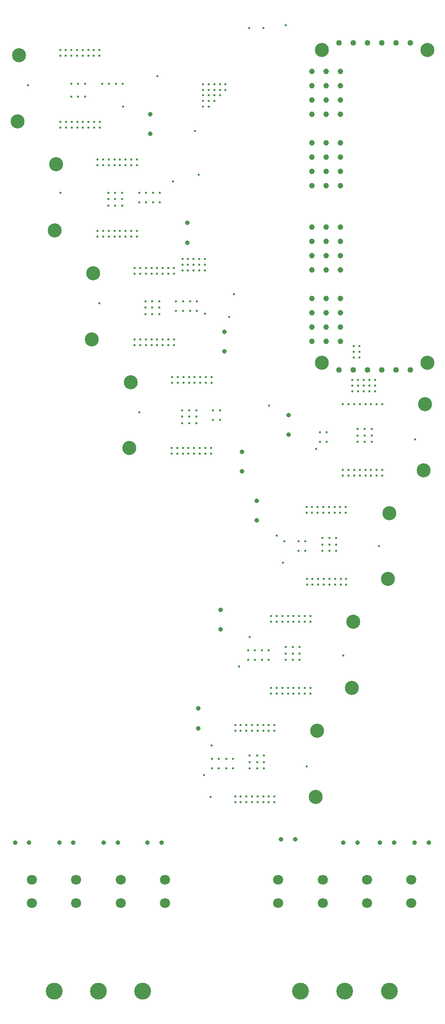
<source format=gbr>
%TF.GenerationSoftware,KiCad,Pcbnew,7.0.8*%
%TF.CreationDate,2023-10-09T09:06:27+01:00*%
%TF.ProjectId,CCC_rig_driver,4343435f-7269-4675-9f64-72697665722e,rev?*%
%TF.SameCoordinates,Original*%
%TF.FileFunction,Plated,1,4,PTH,Drill*%
%TF.FilePolarity,Positive*%
%FSLAX46Y46*%
G04 Gerber Fmt 4.6, Leading zero omitted, Abs format (unit mm)*
G04 Created by KiCad (PCBNEW 7.0.8) date 2023-10-09 09:06:27*
%MOMM*%
%LPD*%
G01*
G04 APERTURE LIST*
%TA.AperFunction,ViaDrill*%
%ADD10C,0.400000*%
%TD*%
%TA.AperFunction,ComponentDrill*%
%ADD11C,0.800000*%
%TD*%
%TA.AperFunction,ComponentDrill*%
%ADD12C,1.000000*%
%TD*%
%TA.AperFunction,ComponentDrill*%
%ADD13C,1.016000*%
%TD*%
%TA.AperFunction,ComponentDrill*%
%ADD14C,1.800000*%
%TD*%
%TA.AperFunction,ComponentDrill*%
%ADD15C,2.500000*%
%TD*%
%TA.AperFunction,ComponentDrill*%
%ADD16C,3.000000*%
%TD*%
G04 APERTURE END LIST*
D10*
X17505000Y-29516900D03*
X23247700Y-23244000D03*
X23247700Y-24244000D03*
X23264500Y-48661900D03*
X23297700Y-35994000D03*
X23297700Y-36994000D03*
X24247700Y-23244000D03*
X24247700Y-24244000D03*
X24297700Y-35994000D03*
X24297700Y-36994000D03*
X25197700Y-29194000D03*
X25197700Y-31494000D03*
X25247700Y-23244000D03*
X25247700Y-24244000D03*
X25297700Y-35994000D03*
X25297700Y-36994000D03*
X26247700Y-23244000D03*
X26247700Y-24244000D03*
X26297700Y-35994000D03*
X26297700Y-36994000D03*
X26397700Y-29194000D03*
X26397700Y-31494000D03*
X27247700Y-23244000D03*
X27247700Y-24244000D03*
X27297700Y-35994000D03*
X27297700Y-36994000D03*
X27697700Y-29194000D03*
X27697700Y-31494000D03*
X28247700Y-23244000D03*
X28247700Y-24244000D03*
X28297700Y-35994000D03*
X28297700Y-36994000D03*
X29247700Y-23244000D03*
X29247700Y-24244000D03*
X29297700Y-35994000D03*
X29297700Y-36994000D03*
X29897700Y-42694000D03*
X29897700Y-43694000D03*
X29897700Y-55394000D03*
X29897700Y-56394000D03*
X30247700Y-23244000D03*
X30247700Y-24244000D03*
X30256300Y-68252700D03*
X30297700Y-35994000D03*
X30297700Y-36994000D03*
X30697700Y-29194000D03*
X30897700Y-42694000D03*
X30897700Y-43694000D03*
X30897700Y-55394000D03*
X30897700Y-56394000D03*
X31797700Y-48594000D03*
X31797700Y-49694000D03*
X31797700Y-50894000D03*
X31897700Y-29194000D03*
X31897700Y-42694000D03*
X31897700Y-43694000D03*
X31897700Y-55394000D03*
X31897700Y-56394000D03*
X32897700Y-42694000D03*
X32897700Y-43694000D03*
X32897700Y-55394000D03*
X32897700Y-56394000D03*
X32997700Y-48594000D03*
X32997700Y-49694000D03*
X32997700Y-50894000D03*
X33197700Y-29194000D03*
X33897700Y-42694000D03*
X33897700Y-43694000D03*
X33897700Y-55394000D03*
X33897700Y-56394000D03*
X34297700Y-48594000D03*
X34297700Y-49694000D03*
X34297700Y-50894000D03*
X34397700Y-29194000D03*
X34417500Y-33303400D03*
X34897700Y-42694000D03*
X34897700Y-43694000D03*
X34897700Y-55394000D03*
X34897700Y-56394000D03*
X35897700Y-42694000D03*
X35897700Y-43694000D03*
X35897700Y-55394000D03*
X35897700Y-56394000D03*
X36497700Y-61994000D03*
X36497700Y-62994000D03*
X36497700Y-74694000D03*
X36497700Y-75694000D03*
X36897700Y-42694000D03*
X36897700Y-43694000D03*
X36897700Y-55394000D03*
X36897700Y-56394000D03*
X37297700Y-48594000D03*
X37297700Y-50294000D03*
X37360800Y-87614800D03*
X37497700Y-61994000D03*
X37497700Y-62994000D03*
X37497700Y-74694000D03*
X37497700Y-75694000D03*
X38397700Y-67894000D03*
X38397700Y-68994000D03*
X38397700Y-70194000D03*
X38497700Y-48594000D03*
X38497700Y-50294000D03*
X38497700Y-61994000D03*
X38497700Y-62994000D03*
X38497700Y-74694000D03*
X38497700Y-75694000D03*
X39497700Y-61994000D03*
X39497700Y-62994000D03*
X39497700Y-74694000D03*
X39497700Y-75694000D03*
X39597700Y-67894000D03*
X39597700Y-68994000D03*
X39597700Y-70194000D03*
X39797700Y-48594000D03*
X39797700Y-50294000D03*
X40497700Y-61994000D03*
X40497700Y-62994000D03*
X40497700Y-74694000D03*
X40497700Y-75694000D03*
X40573000Y-27904100D03*
X40897700Y-67894000D03*
X40897700Y-68994000D03*
X40897700Y-70194000D03*
X40997700Y-48594000D03*
X40997700Y-50294000D03*
X41497700Y-61994000D03*
X41497700Y-62994000D03*
X41497700Y-74694000D03*
X41497700Y-75694000D03*
X42497700Y-61994000D03*
X42497700Y-62994000D03*
X42497700Y-74694000D03*
X42497700Y-75694000D03*
X43097700Y-93994000D03*
X43097700Y-94994000D03*
X43197700Y-81394000D03*
X43197700Y-82394000D03*
X43376900Y-46582700D03*
X43497700Y-61994000D03*
X43497700Y-62994000D03*
X43497700Y-74694000D03*
X43497700Y-75694000D03*
X43897700Y-67894000D03*
X43897700Y-69594000D03*
X44097700Y-93994000D03*
X44097700Y-94994000D03*
X44197700Y-81394000D03*
X44197700Y-82394000D03*
X44997700Y-87294000D03*
X44997700Y-88394000D03*
X44997700Y-89594000D03*
X45000000Y-60400000D03*
X45000000Y-61400000D03*
X45000000Y-62400000D03*
X45097700Y-67894000D03*
X45097700Y-69594000D03*
X45097700Y-93994000D03*
X45097700Y-94994000D03*
X45197700Y-81394000D03*
X45197700Y-82394000D03*
X46000000Y-60400000D03*
X46000000Y-61400000D03*
X46000000Y-62400000D03*
X46097700Y-93994000D03*
X46097700Y-94994000D03*
X46197700Y-81394000D03*
X46197700Y-82394000D03*
X46197700Y-87294000D03*
X46197700Y-88394000D03*
X46197700Y-89594000D03*
X46397700Y-67894000D03*
X46397700Y-69594000D03*
X47000000Y-60400000D03*
X47000000Y-61400000D03*
X47000000Y-62400000D03*
X47097700Y-93994000D03*
X47097700Y-94994000D03*
X47197700Y-81394000D03*
X47197700Y-82394000D03*
X47223600Y-37638400D03*
X47497700Y-87294000D03*
X47497700Y-88394000D03*
X47497700Y-89594000D03*
X47597700Y-67894000D03*
X47597700Y-69594000D03*
X47928600Y-45423400D03*
X48000000Y-60400000D03*
X48000000Y-61400000D03*
X48000000Y-62400000D03*
X48097700Y-93994000D03*
X48097700Y-94994000D03*
X48197700Y-81394000D03*
X48197700Y-82394000D03*
X48700000Y-29300000D03*
X48700000Y-30300000D03*
X48700000Y-31300000D03*
X48700000Y-32300000D03*
X48700000Y-33300000D03*
X48847000Y-152181700D03*
X49000000Y-60400000D03*
X49000000Y-61400000D03*
X49000000Y-62400000D03*
X49027200Y-70117000D03*
X49097700Y-93994000D03*
X49097700Y-94994000D03*
X49197700Y-81394000D03*
X49197700Y-82394000D03*
X49700000Y-29300000D03*
X49700000Y-30300000D03*
X49700000Y-31300000D03*
X49700000Y-32300000D03*
X49700000Y-33300000D03*
X50077100Y-156026600D03*
X50097700Y-93994000D03*
X50097700Y-94994000D03*
X50197700Y-81394000D03*
X50197700Y-82394000D03*
X50247700Y-146947000D03*
X50297700Y-149286000D03*
X50297700Y-150986000D03*
X50497700Y-87294000D03*
X50497700Y-88994000D03*
X50700000Y-29300000D03*
X50700000Y-30300000D03*
X50700000Y-31300000D03*
X50700000Y-32300000D03*
X51497700Y-149286000D03*
X51497700Y-150986000D03*
X51697700Y-87294000D03*
X51697700Y-88994000D03*
X51700000Y-29300000D03*
X51700000Y-30300000D03*
X51700000Y-31300000D03*
X52700000Y-29300000D03*
X52700000Y-30300000D03*
X52797700Y-149286000D03*
X52797700Y-150986000D03*
X53352800Y-70751100D03*
X53997700Y-149286000D03*
X53997700Y-150986000D03*
X54184400Y-66615900D03*
X54397700Y-143286000D03*
X54397700Y-144286000D03*
X54400000Y-156000000D03*
X54400000Y-157000000D03*
X55105800Y-132837600D03*
X55397700Y-143286000D03*
X55397700Y-144286000D03*
X55400000Y-156000000D03*
X55400000Y-157000000D03*
X56397700Y-143286000D03*
X56397700Y-144286000D03*
X56400000Y-156000000D03*
X56400000Y-157000000D03*
X56697700Y-129986000D03*
X56697700Y-131686000D03*
X56890000Y-19317800D03*
X56951500Y-127600300D03*
X56997700Y-148686000D03*
X56997700Y-149886000D03*
X56997700Y-150986000D03*
X57397700Y-143286000D03*
X57397700Y-144286000D03*
X57400000Y-156000000D03*
X57400000Y-157000000D03*
X57897700Y-129986000D03*
X57897700Y-131686000D03*
X58297700Y-148686000D03*
X58297700Y-149886000D03*
X58297700Y-150986000D03*
X58397700Y-143286000D03*
X58397700Y-144286000D03*
X58400000Y-156000000D03*
X58400000Y-157000000D03*
X59197700Y-129986000D03*
X59197700Y-131686000D03*
X59397700Y-143286000D03*
X59397700Y-144286000D03*
X59400000Y-156000000D03*
X59400000Y-157000000D03*
X59430000Y-19337900D03*
X59497700Y-148686000D03*
X59497700Y-149886000D03*
X59497700Y-150986000D03*
X60397700Y-129986000D03*
X60397700Y-131686000D03*
X60397700Y-143286000D03*
X60397700Y-144286000D03*
X60400000Y-156000000D03*
X60400000Y-157000000D03*
X60466800Y-86482800D03*
X60797700Y-123886000D03*
X60797700Y-124886000D03*
X60797700Y-136686000D03*
X60797700Y-137686000D03*
X61397700Y-143286000D03*
X61397700Y-144286000D03*
X61400000Y-156000000D03*
X61400000Y-157000000D03*
X61797700Y-123886000D03*
X61797700Y-124886000D03*
X61797700Y-136686000D03*
X61797700Y-137686000D03*
X61823400Y-109609100D03*
X62797700Y-123886000D03*
X62797700Y-124886000D03*
X62797700Y-136686000D03*
X62797700Y-137686000D03*
X62910600Y-114374400D03*
X63197700Y-110586000D03*
X63397700Y-129386000D03*
X63397700Y-130586000D03*
X63397700Y-131686000D03*
X63413100Y-18851100D03*
X63797700Y-123886000D03*
X63797700Y-124886000D03*
X63797700Y-136686000D03*
X63797700Y-137686000D03*
X64697700Y-129386000D03*
X64697700Y-130586000D03*
X64697700Y-131686000D03*
X64797700Y-123886000D03*
X64797700Y-124886000D03*
X64797700Y-136686000D03*
X64797700Y-137686000D03*
X65697700Y-110586000D03*
X65697700Y-112286000D03*
X65797700Y-123886000D03*
X65797700Y-124886000D03*
X65797700Y-136686000D03*
X65797700Y-137686000D03*
X65897700Y-129386000D03*
X65897700Y-130586000D03*
X65897700Y-131686000D03*
X66797700Y-123886000D03*
X66797700Y-124886000D03*
X66797700Y-136686000D03*
X66797700Y-137686000D03*
X66897700Y-110586000D03*
X66897700Y-112286000D03*
X67097700Y-104486000D03*
X67097700Y-105486000D03*
X67160200Y-150672700D03*
X67197700Y-117286000D03*
X67197700Y-118286000D03*
X67797700Y-123886000D03*
X67797700Y-124886000D03*
X67797700Y-136686000D03*
X67797700Y-137686000D03*
X68097700Y-104486000D03*
X68097700Y-105486000D03*
X68197700Y-117286000D03*
X68197700Y-118286000D03*
X68849300Y-94135000D03*
X69097700Y-104486000D03*
X69097700Y-105486000D03*
X69197700Y-117286000D03*
X69197700Y-118286000D03*
X69497700Y-91186300D03*
X69497700Y-92886300D03*
X69897700Y-109986000D03*
X69897700Y-111186000D03*
X69897700Y-112286000D03*
X70097700Y-104486000D03*
X70097700Y-105486000D03*
X70197700Y-117286000D03*
X70197700Y-118286000D03*
X70697700Y-91186300D03*
X70697700Y-92886300D03*
X71097700Y-104486000D03*
X71097700Y-105486000D03*
X71197700Y-109986000D03*
X71197700Y-111186000D03*
X71197700Y-112286000D03*
X71197700Y-117286000D03*
X71197700Y-118286000D03*
X72097700Y-104486000D03*
X72097700Y-105486000D03*
X72197700Y-117286000D03*
X72197700Y-118286000D03*
X72397700Y-109986000D03*
X72397700Y-111186000D03*
X72397700Y-112286000D03*
X73097700Y-104486000D03*
X73097700Y-105486000D03*
X73197700Y-117286000D03*
X73197700Y-118286000D03*
X73597700Y-86186300D03*
X73597700Y-97886300D03*
X73597700Y-98886300D03*
X73618200Y-130934500D03*
X74097700Y-104486000D03*
X74097700Y-105486000D03*
X74197700Y-117286000D03*
X74197700Y-118286000D03*
X74597700Y-86186300D03*
X74597700Y-97886300D03*
X74597700Y-98886300D03*
X75300000Y-81900000D03*
X75300000Y-82900000D03*
X75300000Y-83900000D03*
X75500000Y-75900000D03*
X75500000Y-76900000D03*
X75500000Y-77900000D03*
X75597700Y-86186300D03*
X75597700Y-97886300D03*
X75597700Y-98886300D03*
X76197700Y-90586300D03*
X76197700Y-91786300D03*
X76197700Y-92886300D03*
X76300000Y-81900000D03*
X76300000Y-82900000D03*
X76300000Y-83900000D03*
X76500000Y-75900000D03*
X76500000Y-76900000D03*
X76500000Y-77900000D03*
X76597700Y-86186300D03*
X76597700Y-97886300D03*
X76597700Y-98886300D03*
X77300000Y-81900000D03*
X77300000Y-82900000D03*
X77300000Y-83900000D03*
X77497700Y-90586300D03*
X77497700Y-91786300D03*
X77497700Y-92886300D03*
X77597700Y-86186300D03*
X77597700Y-97886300D03*
X77597700Y-98886300D03*
X78300000Y-81900000D03*
X78300000Y-82900000D03*
X78300000Y-83900000D03*
X78597700Y-86186300D03*
X78597700Y-97886300D03*
X78597700Y-98886300D03*
X78697700Y-90586300D03*
X78697700Y-91786300D03*
X78697700Y-92886300D03*
X79300000Y-81900000D03*
X79300000Y-82900000D03*
X79300000Y-83900000D03*
X79597700Y-86186300D03*
X79597700Y-97886300D03*
X79597700Y-98886300D03*
X80036300Y-111445500D03*
X80597700Y-86186300D03*
X80597700Y-97886300D03*
X80597700Y-98886300D03*
X86469700Y-92442900D03*
D11*
%TO.C,C1*%
X15205100Y-164200000D03*
X17705100Y-164200000D03*
%TO.C,C2*%
X23105100Y-164200000D03*
X25605100Y-164200000D03*
%TO.C,C3*%
X31005100Y-164200000D03*
X33505100Y-164200000D03*
%TO.C,C4*%
X38805113Y-164200000D03*
%TO.C,C22*%
X39267500Y-34625100D03*
X39267500Y-38125100D03*
%TO.C,C4*%
X41305113Y-164200000D03*
%TO.C,C23*%
X45886100Y-53990300D03*
X45886100Y-57490300D03*
%TO.C,C26*%
X47800000Y-140352700D03*
X47800000Y-143852700D03*
%TO.C,C27*%
X51814400Y-122754200D03*
X51814400Y-126254200D03*
%TO.C,C24*%
X52504700Y-73355500D03*
X52504700Y-76855500D03*
%TO.C,C25*%
X55600000Y-94647300D03*
X55600000Y-98147300D03*
%TO.C,C28*%
X58231000Y-103389000D03*
X58231000Y-106889000D03*
%TO.C,C9*%
X62594888Y-163600000D03*
%TO.C,C29*%
X63900000Y-88152700D03*
X63900000Y-91652700D03*
%TO.C,C9*%
X65094888Y-163600000D03*
%TO.C,C10*%
X73694888Y-164200000D03*
X76194888Y-164200000D03*
%TO.C,C11*%
X80194888Y-164200000D03*
X82694888Y-164200000D03*
%TO.C,C12*%
X86394900Y-164200000D03*
X88894900Y-164200000D03*
D12*
%TO.C,U2*%
X68071700Y-26991000D03*
X68071700Y-29531000D03*
X68071700Y-32071000D03*
X68071700Y-34611000D03*
X68071700Y-39691000D03*
X68071700Y-42231000D03*
X68071700Y-44771000D03*
X68071700Y-47311000D03*
X68071700Y-54677000D03*
X68071700Y-57217000D03*
X68071700Y-59757000D03*
X68071700Y-62297000D03*
X68071700Y-67377000D03*
X68071700Y-69917000D03*
X68071700Y-72457000D03*
X68071700Y-74997000D03*
X70611700Y-26991000D03*
X70611700Y-29531000D03*
X70611700Y-32071000D03*
X70611700Y-34611000D03*
X70611700Y-39691000D03*
X70611700Y-42231000D03*
X70611700Y-44771000D03*
X70611700Y-47311000D03*
X70611700Y-54677000D03*
X70611700Y-57217000D03*
X70611700Y-59757000D03*
X70611700Y-62297000D03*
X70611700Y-67377000D03*
X70611700Y-69917000D03*
X70611700Y-72457000D03*
X70611700Y-74997000D03*
X73151700Y-26991000D03*
X73151700Y-29531000D03*
X73151700Y-32071000D03*
X73151700Y-34611000D03*
X73151700Y-39691000D03*
X73151700Y-42231000D03*
X73151700Y-44771000D03*
X73151700Y-47311000D03*
X73151700Y-54677000D03*
X73151700Y-57217000D03*
X73151700Y-59757000D03*
X73151700Y-62297000D03*
X73151700Y-67377000D03*
X73151700Y-69917000D03*
X73151700Y-72457000D03*
X73151700Y-74997000D03*
D13*
X72897700Y-21911000D03*
X72897700Y-80077000D03*
X75437700Y-21911000D03*
X75437700Y-80077000D03*
X77977700Y-21911000D03*
X77977700Y-80077000D03*
X80517700Y-21911000D03*
X80517700Y-80077000D03*
X83057700Y-21911000D03*
X83057700Y-80077000D03*
X85597700Y-21911000D03*
X85597700Y-80077000D03*
D14*
%TO.C,J7*%
X18195700Y-170814000D03*
X18195700Y-174914000D03*
X26095700Y-170814000D03*
X26095700Y-174914000D03*
X33995700Y-170814000D03*
X33995700Y-174914000D03*
X41895700Y-170814000D03*
X41895700Y-174914000D03*
%TO.C,J12*%
X62099700Y-170814000D03*
X62099700Y-174914000D03*
X69999700Y-170814000D03*
X69999700Y-174914000D03*
X77899700Y-170814000D03*
X77899700Y-174914000D03*
X85799700Y-170814000D03*
X85799700Y-174914000D03*
D15*
%TO.C,IC4*%
X15667500Y-35937600D03*
X15917500Y-24187600D03*
%TO.C,IC5*%
X22286100Y-55302800D03*
X22536100Y-43552800D03*
%TO.C,IC6*%
X28904700Y-74668000D03*
X29154700Y-62918000D03*
%TO.C,IC7*%
X35523300Y-94033200D03*
X35773300Y-82283200D03*
%TO.C,IC8*%
X68747700Y-156056900D03*
X68997700Y-144306900D03*
%TO.C,U2*%
X69849700Y-23181000D03*
X69849700Y-78807000D03*
%TO.C,IC9*%
X75164400Y-136691700D03*
X75414400Y-124941700D03*
%TO.C,IC10*%
X81581000Y-117326500D03*
X81831000Y-105576500D03*
%TO.C,IC11*%
X87997700Y-97961300D03*
X88247700Y-86211300D03*
%TO.C,U2*%
X88645700Y-23181000D03*
X88645700Y-78807000D03*
D16*
%TO.C,J7*%
X22145700Y-190614000D03*
X30045700Y-190614000D03*
X37945700Y-190614000D03*
%TO.C,J12*%
X66049700Y-190614000D03*
X73949700Y-190614000D03*
X81849700Y-190614000D03*
M02*

</source>
